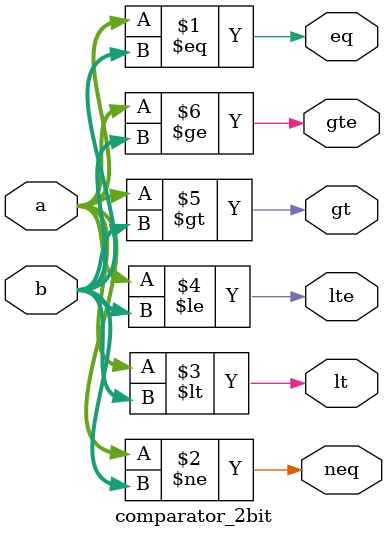
<source format=sv>
module comparator_2bit (
  input logic [1:0] a, b,
  output logic eq, neq, lt, lte, gt, gte
);

  assign eq = (a == b);
  assign neq = (a != b);
  assign lt = (a < b);
  assign lte = (a <= b);
  assign gt = (a > b);
  assign gte = (a >= b);

endmodule

</source>
